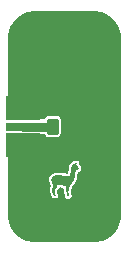
<source format=gbr>
%TF.GenerationSoftware,KiCad,Pcbnew,6.0.9+dfsg-1~bpo11+1*%
%TF.CreationDate,2022-11-06T17:06:22+01:00*%
%TF.ProjectId,load,6c6f6164-2e6b-4696-9361-645f70636258,2*%
%TF.SameCoordinates,Original*%
%TF.FileFunction,Copper,L1,Top*%
%TF.FilePolarity,Positive*%
%FSLAX46Y46*%
G04 Gerber Fmt 4.6, Leading zero omitted, Abs format (unit mm)*
G04 Created by KiCad (PCBNEW 6.0.9+dfsg-1~bpo11+1) date 2022-11-06 17:06:22*
%MOMM*%
%LPD*%
G01*
G04 APERTURE LIST*
G04 Aperture macros list*
%AMRoundRect*
0 Rectangle with rounded corners*
0 $1 Rounding radius*
0 $2 $3 $4 $5 $6 $7 $8 $9 X,Y pos of 4 corners*
0 Add a 4 corners polygon primitive as box body*
4,1,4,$2,$3,$4,$5,$6,$7,$8,$9,$2,$3,0*
0 Add four circle primitives for the rounded corners*
1,1,$1+$1,$2,$3*
1,1,$1+$1,$4,$5*
1,1,$1+$1,$6,$7*
1,1,$1+$1,$8,$9*
0 Add four rect primitives between the rounded corners*
20,1,$1+$1,$2,$3,$4,$5,0*
20,1,$1+$1,$4,$5,$6,$7,0*
20,1,$1+$1,$6,$7,$8,$9,0*
20,1,$1+$1,$8,$9,$2,$3,0*%
G04 Aperture macros list end*
%TA.AperFunction,ComponentPad*%
%ADD10C,3.400000*%
%TD*%
%TA.AperFunction,SMDPad,CuDef*%
%ADD11R,3.000000X0.800000*%
%TD*%
%TA.AperFunction,ComponentPad*%
%ADD12C,0.800000*%
%TD*%
%TA.AperFunction,SMDPad,CuDef*%
%ADD13R,3.000000X2.000000*%
%TD*%
%TA.AperFunction,SMDPad,CuDef*%
%ADD14RoundRect,0.250000X-0.262500X-0.450000X0.262500X-0.450000X0.262500X0.450000X-0.262500X0.450000X0*%
%TD*%
%TA.AperFunction,ViaPad*%
%ADD15C,0.800000*%
%TD*%
%TA.AperFunction,Conductor*%
%ADD16C,0.800000*%
%TD*%
G04 APERTURE END LIST*
%TO.C,G\u002A\u002A\u002A*%
G36*
X158524241Y-95569067D02*
G01*
X158532984Y-95573702D01*
X158536499Y-95583390D01*
X158534907Y-95599737D01*
X158528333Y-95624349D01*
X158517065Y-95658354D01*
X158507234Y-95686374D01*
X158498718Y-95709880D01*
X158492386Y-95726522D01*
X158489110Y-95733950D01*
X158489011Y-95734071D01*
X158492402Y-95738409D01*
X158504045Y-95747041D01*
X158521428Y-95758104D01*
X158521593Y-95758203D01*
X158559324Y-95784411D01*
X158588019Y-95811875D01*
X158607104Y-95839544D01*
X158616006Y-95866368D01*
X158614151Y-95891294D01*
X158604222Y-95909556D01*
X158592506Y-95924025D01*
X158626441Y-95944467D01*
X158650548Y-95960104D01*
X158675454Y-95977964D01*
X158688267Y-95988032D01*
X158703899Y-96001637D01*
X158711748Y-96011647D01*
X158713828Y-96022070D01*
X158712298Y-96035953D01*
X158709283Y-96059800D01*
X158707212Y-96083976D01*
X158707135Y-96085357D01*
X158703927Y-96104163D01*
X158695677Y-96114755D01*
X158692280Y-96116730D01*
X158678318Y-96126631D01*
X158666481Y-96138622D01*
X158660445Y-96145092D01*
X158653092Y-96149553D01*
X158641984Y-96152520D01*
X158624682Y-96154508D01*
X158598745Y-96156032D01*
X158580213Y-96156846D01*
X158544421Y-96159007D01*
X158517479Y-96162035D01*
X158500803Y-96165746D01*
X158496763Y-96167795D01*
X158489548Y-96178893D01*
X158484117Y-96195913D01*
X158483590Y-96198793D01*
X158479175Y-96214442D01*
X158470425Y-96237279D01*
X158458842Y-96263555D01*
X158451994Y-96277740D01*
X158441693Y-96299046D01*
X158433668Y-96317926D01*
X158427186Y-96337042D01*
X158421515Y-96359059D01*
X158415920Y-96386641D01*
X158409669Y-96422451D01*
X158405928Y-96445130D01*
X158399093Y-96490326D01*
X158392435Y-96540273D01*
X158386550Y-96590087D01*
X158382034Y-96634886D01*
X158380555Y-96652819D01*
X158372016Y-96742531D01*
X158360391Y-96822075D01*
X158345339Y-96893376D01*
X158326764Y-96957623D01*
X158309419Y-97004277D01*
X158289715Y-97044964D01*
X158265550Y-97083099D01*
X158234819Y-97122102D01*
X158205329Y-97154907D01*
X158146344Y-97225150D01*
X158096235Y-97300953D01*
X158058773Y-97372681D01*
X158041867Y-97406709D01*
X158026644Y-97432190D01*
X158010964Y-97452374D01*
X157997049Y-97466524D01*
X157980447Y-97481231D01*
X157966912Y-97491787D01*
X157959303Y-97495969D01*
X157959199Y-97495972D01*
X157952033Y-97499890D01*
X157945115Y-97512218D01*
X157938199Y-97533820D01*
X157931040Y-97565559D01*
X157923393Y-97608297D01*
X157918587Y-97638791D01*
X157909728Y-97694595D01*
X157901188Y-97741915D01*
X157892090Y-97784610D01*
X157881553Y-97826535D01*
X157868700Y-97871550D01*
X157856459Y-97911416D01*
X157844169Y-97953183D01*
X157835935Y-97988995D01*
X157831577Y-98022192D01*
X157830916Y-98056113D01*
X157833773Y-98094097D01*
X157839970Y-98139482D01*
X157843158Y-98159336D01*
X157849090Y-98196237D01*
X157854629Y-98232404D01*
X157859276Y-98264446D01*
X157862528Y-98288971D01*
X157863307Y-98295728D01*
X157867706Y-98322729D01*
X157875790Y-98345027D01*
X157889971Y-98369066D01*
X157891722Y-98371674D01*
X157915839Y-98407322D01*
X157734602Y-98407322D01*
X157738791Y-98387173D01*
X157743980Y-98369319D01*
X157750235Y-98355611D01*
X157753151Y-98347485D01*
X157751724Y-98336439D01*
X157745252Y-98319560D01*
X157737613Y-98303269D01*
X157725612Y-98275858D01*
X157715393Y-98245956D01*
X157706295Y-98211045D01*
X157697654Y-98168609D01*
X157689495Y-98120476D01*
X157683449Y-98089204D01*
X157674528Y-98051485D01*
X157664039Y-98012546D01*
X157655412Y-97984083D01*
X157643612Y-97946382D01*
X157634500Y-97913818D01*
X157627523Y-97883315D01*
X157622129Y-97851795D01*
X157617764Y-97816180D01*
X157613877Y-97773393D01*
X157611160Y-97737759D01*
X157607996Y-97675871D01*
X157607514Y-97616631D01*
X157609659Y-97563012D01*
X157614371Y-97517987D01*
X157615580Y-97510487D01*
X157618961Y-97490903D01*
X157507836Y-97494336D01*
X157435363Y-97495248D01*
X157372309Y-97492994D01*
X157316045Y-97487325D01*
X157263938Y-97477989D01*
X157221223Y-97467062D01*
X157157349Y-97443745D01*
X157103756Y-97413720D01*
X157060181Y-97376801D01*
X157026360Y-97332800D01*
X157022700Y-97326608D01*
X157005584Y-97296736D01*
X157001224Y-97314108D01*
X156989307Y-97348417D01*
X156970864Y-97386271D01*
X156948553Y-97422891D01*
X156925035Y-97453494D01*
X156921543Y-97457297D01*
X156901143Y-97479512D01*
X156887459Y-97497080D01*
X156878362Y-97514042D01*
X156871723Y-97534439D01*
X156865412Y-97562311D01*
X156864896Y-97564798D01*
X156853404Y-97608376D01*
X156837101Y-97648185D01*
X156814502Y-97686779D01*
X156784123Y-97726712D01*
X156746798Y-97768121D01*
X156720456Y-97796187D01*
X156701522Y-97817773D01*
X156688447Y-97834974D01*
X156679681Y-97849882D01*
X156673674Y-97864593D01*
X156672358Y-97868695D01*
X156664038Y-97906128D01*
X156659163Y-97950183D01*
X156658060Y-97995480D01*
X156661058Y-98036641D01*
X156661788Y-98041542D01*
X156673176Y-98111224D01*
X156683258Y-98169454D01*
X156692231Y-98217088D01*
X156700292Y-98254983D01*
X156707640Y-98283995D01*
X156714472Y-98304979D01*
X156720986Y-98318793D01*
X156727379Y-98326291D01*
X156727585Y-98326436D01*
X156745883Y-98341596D01*
X156762397Y-98359376D01*
X156773744Y-98375897D01*
X156776393Y-98382359D01*
X156777205Y-98388066D01*
X156774621Y-98391719D01*
X156766510Y-98393774D01*
X156750743Y-98394689D01*
X156725191Y-98394919D01*
X156717795Y-98394923D01*
X156655912Y-98394923D01*
X156657338Y-98377874D01*
X156656090Y-98366947D01*
X156649473Y-98354503D01*
X156635931Y-98338151D01*
X156622021Y-98323627D01*
X156596334Y-98294183D01*
X156572957Y-98259656D01*
X156551004Y-98218336D01*
X156529589Y-98168512D01*
X156507828Y-98108474D01*
X156502705Y-98093113D01*
X156481819Y-98026132D01*
X156466653Y-97968086D01*
X156457238Y-97916897D01*
X156453603Y-97870482D01*
X156455777Y-97826761D01*
X156463792Y-97783655D01*
X156477676Y-97739082D01*
X156497460Y-97690961D01*
X156508836Y-97666463D01*
X156518026Y-97646491D01*
X156523988Y-97630289D01*
X156527400Y-97614151D01*
X156528939Y-97594372D01*
X156529283Y-97567246D01*
X156529244Y-97554869D01*
X156524501Y-97488191D01*
X156510954Y-97413576D01*
X156488744Y-97331676D01*
X156467873Y-97269685D01*
X156456997Y-97237176D01*
X156446786Y-97202425D01*
X156438832Y-97171016D01*
X156436350Y-97159127D01*
X156428734Y-97125011D01*
X156420473Y-97099128D01*
X156412106Y-97082308D01*
X156404166Y-97075380D01*
X156397190Y-97079173D01*
X156392475Y-97091219D01*
X156389612Y-97101195D01*
X156386977Y-97102109D01*
X156382829Y-97092932D01*
X156379366Y-97083469D01*
X156372828Y-97054501D01*
X156370436Y-97018502D01*
X156372072Y-96980083D01*
X156377621Y-96943858D01*
X156383393Y-96923325D01*
X156411748Y-96861601D01*
X156450729Y-96805270D01*
X156499600Y-96754765D01*
X156557622Y-96710520D01*
X156624058Y-96672966D01*
X156698170Y-96642536D01*
X156779223Y-96619663D01*
X156866477Y-96604781D01*
X156935831Y-96599109D01*
X156988496Y-96597887D01*
X157038937Y-96599423D01*
X157090099Y-96604043D01*
X157144930Y-96612075D01*
X157206378Y-96623844D01*
X157255047Y-96634515D01*
X157312700Y-96647436D01*
X157360559Y-96657548D01*
X157400833Y-96665155D01*
X157435730Y-96670560D01*
X157467460Y-96674069D01*
X157498229Y-96675984D01*
X157530248Y-96676610D01*
X157559172Y-96676371D01*
X157592835Y-96675976D01*
X157619398Y-96676379D01*
X157642380Y-96678016D01*
X157665303Y-96681317D01*
X157691687Y-96686717D01*
X157725054Y-96694647D01*
X157742142Y-96698874D01*
X157785350Y-96709152D01*
X157818742Y-96715733D01*
X157844340Y-96718608D01*
X157864166Y-96717772D01*
X157880242Y-96713215D01*
X157894589Y-96704932D01*
X157903067Y-96698290D01*
X157915699Y-96686029D01*
X157926405Y-96671304D01*
X157935955Y-96652233D01*
X157945119Y-96626934D01*
X157954667Y-96593527D01*
X157965370Y-96550128D01*
X157967570Y-96540719D01*
X157978104Y-96497703D01*
X157990799Y-96449432D01*
X158004142Y-96401473D01*
X158016623Y-96359393D01*
X158018029Y-96354883D01*
X158027344Y-96324523D01*
X158034738Y-96298234D01*
X158040691Y-96273426D01*
X158045684Y-96247506D01*
X158050194Y-96217883D01*
X158054702Y-96181965D01*
X158059688Y-96137162D01*
X158061555Y-96119648D01*
X158068213Y-96058372D01*
X158074136Y-96007925D01*
X158079611Y-95966777D01*
X158084920Y-95933399D01*
X158090347Y-95906263D01*
X158096176Y-95883840D01*
X158102691Y-95864600D01*
X158110177Y-95847015D01*
X158113443Y-95840229D01*
X158125885Y-95816713D01*
X158138553Y-95797418D01*
X158153589Y-95780155D01*
X158173135Y-95762733D01*
X158199335Y-95742962D01*
X158228460Y-95722658D01*
X158258266Y-95701087D01*
X158289259Y-95676692D01*
X158317087Y-95652986D01*
X158332066Y-95638971D01*
X158350896Y-95621338D01*
X158367122Y-95608056D01*
X158378413Y-95600943D01*
X158381664Y-95600317D01*
X158389806Y-95609087D01*
X158390774Y-95627075D01*
X158384578Y-95653396D01*
X158380786Y-95664234D01*
X158373898Y-95683306D01*
X158369239Y-95697470D01*
X158367952Y-95702742D01*
X158371750Y-95701594D01*
X158381918Y-95693031D01*
X158396618Y-95678932D01*
X158414013Y-95661179D01*
X158432266Y-95641648D01*
X158449538Y-95622221D01*
X158463993Y-95604775D01*
X158464968Y-95603527D01*
X158481284Y-95583882D01*
X158493695Y-95572812D01*
X158504752Y-95568303D01*
X158510147Y-95567879D01*
X158524241Y-95569067D01*
G37*
%TD*%
D10*
%TO.P,H1,1,1*%
%TO.N,GND*%
X155000000Y-100000000D03*
%TD*%
%TO.P,H3,1,1*%
%TO.N,GND*%
X155000000Y-85000000D03*
%TD*%
D11*
%TO.P,J1,1,Pin_1*%
%TO.N,Net-(J1-Pad1)*%
X154000000Y-92500000D03*
D12*
%TO.P,J1,2,Pin_2*%
%TO.N,GND*%
X154500000Y-91000000D03*
X153500000Y-91000000D03*
X153000000Y-93500000D03*
X155000000Y-93500000D03*
X153000000Y-91500000D03*
D13*
X154000000Y-94100000D03*
X154000000Y-90900000D03*
D12*
X154500000Y-94000000D03*
X153500000Y-94000000D03*
X154000000Y-93500000D03*
X155000000Y-91500000D03*
X154000000Y-91500000D03*
%TD*%
D10*
%TO.P,H2,1,1*%
%TO.N,GND*%
X160000000Y-100000000D03*
%TD*%
D14*
%TO.P,R1,1*%
%TO.N,Net-(J1-Pad1)*%
X156500000Y-92500000D03*
%TO.P,R1,2*%
%TO.N,GND*%
X158325000Y-92500000D03*
%TD*%
D10*
%TO.P,H4,1,1*%
%TO.N,GND*%
X160000000Y-85000000D03*
%TD*%
D15*
%TO.N,GND*%
X157500000Y-91000000D03*
X159500000Y-91500000D03*
X158000000Y-92000000D03*
X158500000Y-91000000D03*
X158000000Y-93000000D03*
X156500000Y-91000000D03*
X156500000Y-94000000D03*
X155500000Y-91000000D03*
X155500000Y-94000000D03*
X159500000Y-93500000D03*
X158500000Y-94000000D03*
X159000000Y-92500000D03*
X157500000Y-94000000D03*
%TD*%
D16*
%TO.N,Net-(J1-Pad1)*%
X154000000Y-92500000D02*
X156500000Y-92500000D01*
%TD*%
%TA.AperFunction,Conductor*%
%TO.N,GND*%
G36*
X159988169Y-82703018D02*
G01*
X159999641Y-82705656D01*
X160010517Y-82703195D01*
X160021664Y-82703214D01*
X160021664Y-82703243D01*
X160031772Y-82702422D01*
X160161986Y-82710298D01*
X160271204Y-82716905D01*
X160283056Y-82718344D01*
X160544422Y-82766241D01*
X160556015Y-82769098D01*
X160762244Y-82833361D01*
X160809695Y-82848148D01*
X160820873Y-82852387D01*
X161063170Y-82961436D01*
X161073756Y-82966992D01*
X161301142Y-83104452D01*
X161310980Y-83111243D01*
X161520132Y-83275103D01*
X161529081Y-83283030D01*
X161716970Y-83470919D01*
X161724897Y-83479868D01*
X161888757Y-83689020D01*
X161895548Y-83698858D01*
X162033008Y-83926244D01*
X162038564Y-83936830D01*
X162147613Y-84179127D01*
X162151852Y-84190305D01*
X162230900Y-84443977D01*
X162233759Y-84455578D01*
X162281655Y-84716936D01*
X162283096Y-84728803D01*
X162297547Y-84967712D01*
X162296724Y-84977628D01*
X162296862Y-84977628D01*
X162296842Y-84988776D01*
X162294344Y-84999641D01*
X162296804Y-85010513D01*
X162297059Y-85011638D01*
X162299500Y-85033488D01*
X162299500Y-99965983D01*
X162296982Y-99988169D01*
X162294344Y-99999641D01*
X162296805Y-100010517D01*
X162296786Y-100021664D01*
X162296757Y-100021664D01*
X162297578Y-100031772D01*
X162283096Y-100271197D01*
X162281656Y-100283056D01*
X162233761Y-100544415D01*
X162230900Y-100556023D01*
X162151852Y-100809695D01*
X162147613Y-100820873D01*
X162038564Y-101063170D01*
X162033008Y-101073756D01*
X161895548Y-101301142D01*
X161888757Y-101310980D01*
X161724897Y-101520132D01*
X161716970Y-101529081D01*
X161529081Y-101716970D01*
X161520132Y-101724897D01*
X161310980Y-101888757D01*
X161301142Y-101895548D01*
X161073756Y-102033008D01*
X161063170Y-102038564D01*
X160820873Y-102147613D01*
X160809695Y-102151852D01*
X160556015Y-102230902D01*
X160544422Y-102233759D01*
X160283056Y-102281656D01*
X160271204Y-102283095D01*
X160032288Y-102297547D01*
X160022372Y-102296724D01*
X160022372Y-102296862D01*
X160011224Y-102296842D01*
X160000359Y-102294344D01*
X159988359Y-102297059D01*
X159966512Y-102299500D01*
X155034017Y-102299500D01*
X155011831Y-102296982D01*
X155011801Y-102296975D01*
X155000359Y-102294344D01*
X154989483Y-102296805D01*
X154978336Y-102296786D01*
X154978336Y-102296757D01*
X154968228Y-102297578D01*
X154838014Y-102289702D01*
X154728796Y-102283095D01*
X154716944Y-102281656D01*
X154455578Y-102233759D01*
X154443985Y-102230902D01*
X154190305Y-102151852D01*
X154179127Y-102147613D01*
X153936830Y-102038564D01*
X153926244Y-102033008D01*
X153698858Y-101895548D01*
X153689020Y-101888757D01*
X153479868Y-101724897D01*
X153470919Y-101716970D01*
X153283030Y-101529081D01*
X153275103Y-101520132D01*
X153111243Y-101310980D01*
X153104452Y-101301142D01*
X152966992Y-101073756D01*
X152961436Y-101063170D01*
X152852387Y-100820873D01*
X152848148Y-100809695D01*
X152769100Y-100556023D01*
X152766239Y-100544415D01*
X152718344Y-100283056D01*
X152716904Y-100271197D01*
X152702469Y-100032548D01*
X152704207Y-100011810D01*
X152703747Y-100011757D01*
X152704389Y-100006179D01*
X152705655Y-100000718D01*
X152705656Y-100000000D01*
X152704412Y-99994545D01*
X152702980Y-99988266D01*
X152700500Y-99966248D01*
X152700500Y-97009064D01*
X156168867Y-97009064D01*
X156169238Y-97014649D01*
X156169238Y-97014654D01*
X156169295Y-97015507D01*
X156169423Y-97026284D01*
X156169156Y-97032554D01*
X156170160Y-97038021D01*
X156170178Y-97038275D01*
X156171527Y-97049097D01*
X156172065Y-97057186D01*
X156172282Y-97064154D01*
X156172232Y-97076421D01*
X156173464Y-97081880D01*
X156173606Y-97083178D01*
X156173900Y-97084806D01*
X156174268Y-97090347D01*
X156175860Y-97095670D01*
X156175861Y-97095675D01*
X156177804Y-97102170D01*
X156179528Y-97108750D01*
X156180567Y-97113355D01*
X156182224Y-97122814D01*
X156183249Y-97130980D01*
X156185174Y-97136241D01*
X156185846Y-97139012D01*
X156186531Y-97141337D01*
X156187539Y-97144240D01*
X156188762Y-97149660D01*
X156190412Y-97153108D01*
X156190743Y-97154755D01*
X156195582Y-97165461D01*
X156198333Y-97172200D01*
X156202309Y-97183063D01*
X156202723Y-97183702D01*
X156204501Y-97187931D01*
X156212438Y-97210877D01*
X156220290Y-97218789D01*
X156220291Y-97218791D01*
X156232480Y-97231073D01*
X156238481Y-97242964D01*
X156240810Y-97241197D01*
X156240815Y-97241200D01*
X156243276Y-97244445D01*
X156259240Y-97279314D01*
X156259628Y-97279184D01*
X156261402Y-97284488D01*
X156261403Y-97284491D01*
X156265098Y-97295535D01*
X156266194Y-97299026D01*
X156271002Y-97315386D01*
X156272682Y-97318389D01*
X156272963Y-97319132D01*
X156277722Y-97333269D01*
X156284903Y-97354733D01*
X156285005Y-97354900D01*
X156292575Y-97377385D01*
X156295858Y-97387137D01*
X156297581Y-97392811D01*
X156314101Y-97453728D01*
X156315960Y-97461956D01*
X156324319Y-97508000D01*
X156325661Y-97518658D01*
X156327826Y-97549087D01*
X156320640Y-97593756D01*
X156316082Y-97604844D01*
X156314567Y-97608528D01*
X156312799Y-97612569D01*
X156306090Y-97627017D01*
X156305223Y-97631076D01*
X156304518Y-97632970D01*
X156300118Y-97643672D01*
X156298066Y-97647824D01*
X156295847Y-97652862D01*
X156293023Y-97657704D01*
X156290179Y-97666837D01*
X156287221Y-97675042D01*
X156283642Y-97683747D01*
X156282724Y-97689234D01*
X156281288Y-97694267D01*
X156280161Y-97698996D01*
X156277188Y-97708539D01*
X156273471Y-97718539D01*
X156270835Y-97724606D01*
X156269812Y-97730109D01*
X156269646Y-97730650D01*
X156267433Y-97739579D01*
X156267294Y-97740305D01*
X156265642Y-97745608D01*
X156265211Y-97751147D01*
X156265122Y-97752287D01*
X156263754Y-97762688D01*
X156261185Y-97776510D01*
X156259114Y-97785365D01*
X156256656Y-97794051D01*
X156256378Y-97799650D01*
X156255811Y-97803104D01*
X156255541Y-97806863D01*
X156254524Y-97812331D01*
X156254749Y-97817890D01*
X156254749Y-97817891D01*
X156254892Y-97821433D01*
X156254851Y-97830352D01*
X156254084Y-97845773D01*
X156253127Y-97855433D01*
X156251936Y-97863425D01*
X156252373Y-97869010D01*
X156252283Y-97871600D01*
X156252328Y-97874733D01*
X156252504Y-97877549D01*
X156252228Y-97883100D01*
X156253193Y-97888568D01*
X156253193Y-97888575D01*
X156253645Y-97891136D01*
X156254848Y-97900602D01*
X156255333Y-97906789D01*
X156255915Y-97914226D01*
X156256078Y-97923816D01*
X156256172Y-97925172D01*
X156255925Y-97930761D01*
X156256938Y-97936267D01*
X156256938Y-97936272D01*
X156257233Y-97937877D01*
X156258564Y-97948050D01*
X156259115Y-97955085D01*
X156260772Y-97960397D01*
X156260999Y-97961574D01*
X156263320Y-97970975D01*
X156265369Y-97982114D01*
X156265999Y-97985961D01*
X156266741Y-97991132D01*
X156266906Y-97996729D01*
X156269876Y-98008095D01*
X156271458Y-98015215D01*
X156272543Y-98021117D01*
X156272544Y-98021121D01*
X156273549Y-98026585D01*
X156275744Y-98031688D01*
X156277349Y-98036988D01*
X156278382Y-98040653D01*
X156282805Y-98057581D01*
X156283298Y-98059759D01*
X156283627Y-98064069D01*
X156285294Y-98069415D01*
X156288329Y-98079151D01*
X156289600Y-98083589D01*
X156293545Y-98098686D01*
X156295538Y-98102517D01*
X156296279Y-98104644D01*
X156305030Y-98132709D01*
X156305113Y-98133027D01*
X156305297Y-98134936D01*
X156311106Y-98152355D01*
X156311262Y-98152900D01*
X156311565Y-98155379D01*
X156314634Y-98163847D01*
X156316056Y-98168068D01*
X156318023Y-98174377D01*
X156318988Y-98176037D01*
X156319107Y-98176346D01*
X156324778Y-98193350D01*
X156326071Y-98195479D01*
X156326294Y-98196019D01*
X156334201Y-98217833D01*
X156335448Y-98221593D01*
X156336388Y-98226756D01*
X156338599Y-98231900D01*
X156338600Y-98231903D01*
X156341933Y-98239658D01*
X156344053Y-98245014D01*
X156346890Y-98252840D01*
X156348791Y-98258085D01*
X156351630Y-98262496D01*
X156353328Y-98266170D01*
X156358277Y-98277683D01*
X156359670Y-98281699D01*
X156359748Y-98281668D01*
X156361801Y-98286877D01*
X156363254Y-98292290D01*
X156365883Y-98297238D01*
X156365884Y-98297240D01*
X156368147Y-98301499D01*
X156371677Y-98308860D01*
X156373529Y-98313169D01*
X156375724Y-98318276D01*
X156378997Y-98322763D01*
X156381752Y-98327597D01*
X156381691Y-98327632D01*
X156383940Y-98331225D01*
X156387494Y-98337914D01*
X156391782Y-98347296D01*
X156392138Y-98347976D01*
X156394160Y-98353202D01*
X156397299Y-98357838D01*
X156397961Y-98358815D01*
X156403410Y-98367870D01*
X156406501Y-98373688D01*
X156410136Y-98377895D01*
X156410489Y-98378410D01*
X156416829Y-98386684D01*
X156418154Y-98388640D01*
X156421556Y-98393665D01*
X156426863Y-98402454D01*
X156430272Y-98408824D01*
X156433956Y-98413047D01*
X156434724Y-98414159D01*
X156438873Y-98419547D01*
X156439867Y-98420710D01*
X156442981Y-98425309D01*
X156444905Y-98427106D01*
X156461147Y-98454437D01*
X156462246Y-98457312D01*
X156463811Y-98468352D01*
X156470009Y-98477621D01*
X156477421Y-98488706D01*
X156484365Y-98500875D01*
X156494964Y-98522947D01*
X156503670Y-98529909D01*
X156505876Y-98532683D01*
X156508459Y-98535124D01*
X156514657Y-98544393D01*
X156524259Y-98550056D01*
X156524260Y-98550057D01*
X156535738Y-98556826D01*
X156547278Y-98564784D01*
X156557694Y-98573114D01*
X156557697Y-98573115D01*
X156566404Y-98580079D01*
X156577273Y-98582579D01*
X156580468Y-98584123D01*
X156583846Y-98585200D01*
X156593450Y-98590864D01*
X156604559Y-98591803D01*
X156604560Y-98591803D01*
X156617837Y-98592925D01*
X156622100Y-98593591D01*
X156622106Y-98593536D01*
X156627675Y-98594168D01*
X156633131Y-98595423D01*
X156643217Y-98595423D01*
X156651555Y-98595775D01*
X156684601Y-98598568D01*
X156692109Y-98595706D01*
X156695953Y-98595435D01*
X156702828Y-98595431D01*
X156703317Y-98595431D01*
X156703393Y-98595435D01*
X156704216Y-98595616D01*
X156725197Y-98595427D01*
X156726089Y-98595423D01*
X156734776Y-98595423D01*
X156735283Y-98595437D01*
X156739616Y-98596172D01*
X156755056Y-98595276D01*
X156759895Y-98595114D01*
X156764027Y-98595077D01*
X156765252Y-98595066D01*
X156770255Y-98595464D01*
X156775203Y-98595185D01*
X156786194Y-98597049D01*
X156825675Y-98585672D01*
X156828707Y-98584851D01*
X156842710Y-98581303D01*
X156850563Y-98580193D01*
X156852874Y-98578649D01*
X156855396Y-98578521D01*
X156855020Y-98577215D01*
X156874092Y-98571719D01*
X156882403Y-98564294D01*
X156887158Y-98561667D01*
X156892487Y-98558015D01*
X156896659Y-98554524D01*
X156906587Y-98549451D01*
X156913332Y-98540575D01*
X156913459Y-98540469D01*
X156917963Y-98535162D01*
X156926624Y-98529375D01*
X156940317Y-98506177D01*
X156946751Y-98496600D01*
X156955188Y-98485498D01*
X156961934Y-98476621D01*
X156963938Y-98466797D01*
X156966713Y-98461459D01*
X156967455Y-98460203D01*
X156967456Y-98460199D01*
X156973123Y-98450599D01*
X156974066Y-98439486D01*
X156975150Y-98436090D01*
X156975742Y-98432582D01*
X156979997Y-98422271D01*
X156979248Y-98409182D01*
X156979129Y-98407098D01*
X156979136Y-98403557D01*
X156981663Y-98394948D01*
X156977834Y-98371669D01*
X156977499Y-98364260D01*
X156976233Y-98355971D01*
X156977043Y-98344852D01*
X156975315Y-98340473D01*
X156974770Y-98330946D01*
X156968192Y-98319066D01*
X156967238Y-98317344D01*
X156961390Y-98304781D01*
X156947294Y-98267960D01*
X156939188Y-98260307D01*
X156932987Y-98251043D01*
X156933119Y-98250954D01*
X156931326Y-98248684D01*
X156930926Y-98248979D01*
X156927606Y-98244477D01*
X156924809Y-98239620D01*
X156920996Y-98235515D01*
X156919677Y-98233726D01*
X156918644Y-98232534D01*
X156917588Y-98231183D01*
X156914873Y-98227231D01*
X156913232Y-98225719D01*
X156911380Y-98223087D01*
X156910603Y-98222654D01*
X156889296Y-98179852D01*
X156889074Y-98178807D01*
X156888626Y-98176573D01*
X156880698Y-98134491D01*
X156880438Y-98133050D01*
X156870976Y-98078396D01*
X156870821Y-98077477D01*
X156861148Y-98018293D01*
X156860113Y-98009514D01*
X156859087Y-97995425D01*
X156858855Y-97985821D01*
X156859028Y-97978727D01*
X156879349Y-97921015D01*
X156884455Y-97914866D01*
X156893736Y-97904570D01*
X156895051Y-97903142D01*
X156905255Y-97892270D01*
X156905263Y-97892261D01*
X156908461Y-97888853D01*
X156909453Y-97887158D01*
X156909684Y-97886876D01*
X156918693Y-97876883D01*
X156921783Y-97873912D01*
X156921732Y-97873863D01*
X156925595Y-97869826D01*
X156929903Y-97866238D01*
X156933295Y-97861779D01*
X156933298Y-97861776D01*
X156936155Y-97858021D01*
X156941407Y-97851684D01*
X156944461Y-97848296D01*
X156944466Y-97848289D01*
X156948185Y-97844163D01*
X156950893Y-97839314D01*
X156954131Y-97834792D01*
X156954179Y-97834826D01*
X156956531Y-97831235D01*
X156964475Y-97820793D01*
X156971217Y-97812839D01*
X156972163Y-97811835D01*
X156972167Y-97811829D01*
X156976011Y-97807751D01*
X156978841Y-97802917D01*
X156979469Y-97802079D01*
X156983773Y-97795651D01*
X156984398Y-97794604D01*
X156987760Y-97790185D01*
X156990686Y-97783737D01*
X156995401Y-97774636D01*
X156999853Y-97767034D01*
X157003655Y-97760541D01*
X157008202Y-97753480D01*
X157014011Y-97745252D01*
X157016132Y-97740071D01*
X157017477Y-97737620D01*
X157018732Y-97734792D01*
X157021542Y-97729993D01*
X157024596Y-97720307D01*
X157027393Y-97712577D01*
X157027671Y-97711896D01*
X157067225Y-97665218D01*
X157126663Y-97650702D01*
X157149439Y-97655772D01*
X157149467Y-97655663D01*
X157152936Y-97656551D01*
X157152979Y-97656561D01*
X157154878Y-97657046D01*
X157154890Y-97657051D01*
X157157091Y-97657614D01*
X157166486Y-97660522D01*
X157173702Y-97663156D01*
X157179212Y-97663852D01*
X157181231Y-97664342D01*
X157189684Y-97665950D01*
X157192471Y-97666663D01*
X157196255Y-97667712D01*
X157201002Y-97669130D01*
X157206154Y-97671329D01*
X157217813Y-97673418D01*
X157224841Y-97674944D01*
X157236145Y-97677836D01*
X157241708Y-97677982D01*
X157246882Y-97678702D01*
X157250685Y-97679308D01*
X157258630Y-97680731D01*
X157262465Y-97681719D01*
X157262502Y-97681549D01*
X157267971Y-97682734D01*
X157273279Y-97684531D01*
X157284475Y-97685659D01*
X157292008Y-97686712D01*
X157297439Y-97687685D01*
X157302933Y-97688669D01*
X157308485Y-97688408D01*
X157314031Y-97688770D01*
X157314020Y-97688932D01*
X157317996Y-97689037D01*
X157322532Y-97689494D01*
X157324426Y-97689685D01*
X157380425Y-97714339D01*
X157411237Y-97767199D01*
X157413080Y-97779219D01*
X157413939Y-97788659D01*
X157414005Y-97789388D01*
X157414125Y-97790826D01*
X157415080Y-97803352D01*
X157415676Y-97811174D01*
X157416094Y-97812524D01*
X157416127Y-97812757D01*
X157416251Y-97814127D01*
X157416293Y-97814976D01*
X157415982Y-97817959D01*
X157416662Y-97823507D01*
X157416662Y-97823512D01*
X157418180Y-97835898D01*
X157418509Y-97838979D01*
X157420131Y-97856830D01*
X157420439Y-97857775D01*
X157420805Y-97860583D01*
X157420659Y-97863160D01*
X157421603Y-97868676D01*
X157421603Y-97868680D01*
X157423304Y-97878620D01*
X157423982Y-97883233D01*
X157425868Y-97898621D01*
X157426685Y-97900886D01*
X157426995Y-97902658D01*
X157426991Y-97905814D01*
X157429060Y-97914858D01*
X157430217Y-97919915D01*
X157431292Y-97925295D01*
X157433708Y-97939414D01*
X157434864Y-97942196D01*
X157435168Y-97943549D01*
X157435278Y-97945908D01*
X157436787Y-97951303D01*
X157436788Y-97951306D01*
X157439482Y-97960933D01*
X157440651Y-97965533D01*
X157444088Y-97980558D01*
X157445017Y-97982487D01*
X157445417Y-97983969D01*
X157445461Y-97984530D01*
X157446247Y-97987043D01*
X157446251Y-97987056D01*
X157450896Y-98001899D01*
X157451752Y-98004787D01*
X157455121Y-98016826D01*
X157455123Y-98016831D01*
X157456619Y-98022177D01*
X157458009Y-98024740D01*
X157458299Y-98025549D01*
X157463642Y-98042620D01*
X157463881Y-98043395D01*
X157470817Y-98066275D01*
X157471645Y-98069170D01*
X157479728Y-98099177D01*
X157480477Y-98102140D01*
X157486913Y-98129352D01*
X157487765Y-98133317D01*
X157489607Y-98142842D01*
X157491983Y-98155134D01*
X157492389Y-98157376D01*
X157496592Y-98182168D01*
X157496719Y-98183153D01*
X157496640Y-98186292D01*
X157497758Y-98191782D01*
X157500203Y-98203788D01*
X157500803Y-98207004D01*
X157502139Y-98214884D01*
X157503752Y-98224403D01*
X157504951Y-98227301D01*
X157505184Y-98228251D01*
X157505831Y-98231426D01*
X157506388Y-98234641D01*
X157506530Y-98239563D01*
X157509522Y-98251043D01*
X157510233Y-98253773D01*
X157511442Y-98258985D01*
X157514337Y-98273199D01*
X157515911Y-98276676D01*
X157517364Y-98282037D01*
X157517721Y-98283661D01*
X157518299Y-98289238D01*
X157520112Y-98294543D01*
X157520113Y-98294547D01*
X157522061Y-98300248D01*
X157524181Y-98307296D01*
X157525671Y-98313014D01*
X157525673Y-98313020D01*
X157527073Y-98318391D01*
X157528730Y-98321580D01*
X157531562Y-98361408D01*
X157534137Y-98361410D01*
X157534115Y-98386358D01*
X157534098Y-98386721D01*
X157533699Y-98388640D01*
X157533789Y-98393310D01*
X157533789Y-98393311D01*
X157534076Y-98408204D01*
X157534094Y-98410197D01*
X157534057Y-98452885D01*
X157534975Y-98454797D01*
X157535016Y-98456920D01*
X157539557Y-98465908D01*
X157539558Y-98465911D01*
X157554285Y-98495059D01*
X157555167Y-98496848D01*
X157557433Y-98501566D01*
X157573654Y-98535346D01*
X157575311Y-98536671D01*
X157576268Y-98538565D01*
X157584259Y-98544695D01*
X157610146Y-98564555D01*
X157611719Y-98565787D01*
X157645094Y-98592478D01*
X157647163Y-98592954D01*
X157648846Y-98594245D01*
X157658695Y-98596302D01*
X157658696Y-98596302D01*
X157690645Y-98602973D01*
X157692557Y-98603392D01*
X157711821Y-98607822D01*
X157713786Y-98607822D01*
X157714134Y-98607878D01*
X157727479Y-98610665D01*
X157727481Y-98610665D01*
X157738390Y-98612943D01*
X157749209Y-98610264D01*
X157751457Y-98610223D01*
X157771148Y-98607822D01*
X157870068Y-98607822D01*
X157877803Y-98609077D01*
X157877878Y-98608132D01*
X157888990Y-98609011D01*
X157899630Y-98612339D01*
X157910660Y-98610724D01*
X157923351Y-98608866D01*
X157927378Y-98608573D01*
X157927363Y-98608444D01*
X157932887Y-98607822D01*
X157938442Y-98607822D01*
X157943854Y-98606587D01*
X157943865Y-98606586D01*
X157948900Y-98605437D01*
X157956577Y-98604001D01*
X157966571Y-98602538D01*
X157990141Y-98599087D01*
X157996980Y-98594469D01*
X158005024Y-98592634D01*
X158031548Y-98571498D01*
X158037841Y-98566877D01*
X158056713Y-98554133D01*
X158065951Y-98547895D01*
X158070110Y-98540769D01*
X158076563Y-98535627D01*
X158091301Y-98505072D01*
X158094950Y-98498211D01*
X158112063Y-98468892D01*
X158112721Y-98460664D01*
X158116304Y-98453235D01*
X158116321Y-98433751D01*
X158116334Y-98419327D01*
X158116649Y-98411528D01*
X158118464Y-98388822D01*
X158118464Y-98388820D01*
X158119352Y-98377707D01*
X158116377Y-98370008D01*
X158116384Y-98361759D01*
X158111560Y-98351714D01*
X158111560Y-98351712D01*
X158101706Y-98331193D01*
X158098609Y-98324032D01*
X158094671Y-98313842D01*
X158091532Y-98309202D01*
X158088935Y-98304236D01*
X158089060Y-98304171D01*
X158087045Y-98300660D01*
X158081613Y-98289348D01*
X158081612Y-98289347D01*
X158076787Y-98279298D01*
X158075381Y-98278174D01*
X158065362Y-98255001D01*
X158065006Y-98254628D01*
X158064739Y-98253560D01*
X158058052Y-98238093D01*
X158057965Y-98237494D01*
X158057796Y-98236274D01*
X158056260Y-98224687D01*
X158056653Y-98224635D01*
X158056578Y-98224333D01*
X158056239Y-98224384D01*
X158056208Y-98224183D01*
X158056091Y-98223361D01*
X158056084Y-98223362D01*
X158055985Y-98222617D01*
X158055983Y-98222595D01*
X158055964Y-98222463D01*
X158055724Y-98220655D01*
X158055066Y-98215689D01*
X158055295Y-98215658D01*
X158055263Y-98214884D01*
X158054795Y-98214956D01*
X158053002Y-98203247D01*
X158052886Y-98202473D01*
X158051563Y-98193350D01*
X158050653Y-98187078D01*
X158051772Y-98186916D01*
X158051783Y-98186736D01*
X158050666Y-98186916D01*
X158050417Y-98185367D01*
X158050187Y-98183866D01*
X158050054Y-98182944D01*
X158049809Y-98181258D01*
X158049809Y-98181257D01*
X158049808Y-98181253D01*
X158050533Y-98181148D01*
X158050469Y-98180901D01*
X158049718Y-98181022D01*
X158047220Y-98165484D01*
X158047106Y-98164757D01*
X158044163Y-98145537D01*
X158044161Y-98145530D01*
X158043857Y-98143542D01*
X158043587Y-98142858D01*
X158043576Y-98142805D01*
X158041281Y-98128533D01*
X158041277Y-98128511D01*
X158038493Y-98111173D01*
X158038151Y-98108872D01*
X158036738Y-98098526D01*
X158033656Y-98075953D01*
X158033026Y-98069990D01*
X158031914Y-98055202D01*
X158031654Y-98045839D01*
X158031701Y-98043471D01*
X158031715Y-98042724D01*
X158032538Y-98031783D01*
X158032866Y-98029284D01*
X158034542Y-98019982D01*
X158037551Y-98006896D01*
X158039059Y-98001137D01*
X158048305Y-97969712D01*
X158048640Y-97968597D01*
X158050797Y-97961574D01*
X158054191Y-97950519D01*
X158054308Y-97950193D01*
X158055240Y-97948504D01*
X158060680Y-97929452D01*
X158061237Y-97927573D01*
X158065644Y-97913222D01*
X158065645Y-97913217D01*
X158067003Y-97908795D01*
X158067146Y-97906863D01*
X158067220Y-97906547D01*
X158068783Y-97901074D01*
X158069065Y-97900217D01*
X158070453Y-97897501D01*
X158072627Y-97888853D01*
X158074845Y-97880030D01*
X158075662Y-97876986D01*
X158079028Y-97865195D01*
X158079029Y-97865192D01*
X158080554Y-97859849D01*
X158080718Y-97856809D01*
X158080904Y-97855917D01*
X158081642Y-97852978D01*
X158081990Y-97851787D01*
X158083439Y-97848678D01*
X158087065Y-97831664D01*
X158087854Y-97828262D01*
X158092052Y-97811560D01*
X158092127Y-97808134D01*
X158092340Y-97806911D01*
X158093058Y-97803543D01*
X158093275Y-97802696D01*
X158094454Y-97799943D01*
X158097662Y-97782169D01*
X158098262Y-97779118D01*
X158100837Y-97767034D01*
X158101996Y-97761595D01*
X158101953Y-97758598D01*
X158102078Y-97757697D01*
X158102220Y-97756911D01*
X158103324Y-97750802D01*
X158103406Y-97750439D01*
X158104176Y-97748530D01*
X158107252Y-97729158D01*
X158107600Y-97727104D01*
X158111055Y-97707961D01*
X158110961Y-97705908D01*
X158111006Y-97705510D01*
X158113051Y-97692629D01*
X158113055Y-97692611D01*
X158113096Y-97692509D01*
X158116745Y-97669359D01*
X158116763Y-97669249D01*
X158118929Y-97655607D01*
X158143094Y-97605006D01*
X158146918Y-97601618D01*
X158148388Y-97599566D01*
X158150979Y-97596912D01*
X158155324Y-97593368D01*
X158158764Y-97588940D01*
X158158987Y-97588712D01*
X158165599Y-97581153D01*
X158165870Y-97580807D01*
X158169770Y-97576841D01*
X158172690Y-97572108D01*
X158176112Y-97567743D01*
X158176269Y-97567866D01*
X158179916Y-97563153D01*
X158179810Y-97563072D01*
X158183205Y-97558620D01*
X158187083Y-97554577D01*
X158189957Y-97549767D01*
X158190739Y-97548741D01*
X158194675Y-97542982D01*
X158195441Y-97541729D01*
X158198847Y-97537344D01*
X158201192Y-97532314D01*
X158201818Y-97531289D01*
X158207474Y-97521062D01*
X158207745Y-97520643D01*
X158211291Y-97516321D01*
X158216272Y-97506296D01*
X158219939Y-97499582D01*
X158222732Y-97494906D01*
X158222733Y-97494904D01*
X158225582Y-97490135D01*
X158227298Y-97484855D01*
X158229598Y-97479793D01*
X158229734Y-97479855D01*
X158231246Y-97476157D01*
X158236974Y-97464627D01*
X158237883Y-97462843D01*
X158266828Y-97407421D01*
X158271995Y-97398657D01*
X158304143Y-97350026D01*
X158310914Y-97340956D01*
X158355625Y-97287711D01*
X158357814Y-97285192D01*
X158363215Y-97279184D01*
X158369976Y-97271663D01*
X158373242Y-97268201D01*
X158373842Y-97267595D01*
X158378208Y-97264083D01*
X158382259Y-97258942D01*
X158386283Y-97253834D01*
X158390424Y-97248916D01*
X158394443Y-97244445D01*
X158399039Y-97239333D01*
X158401744Y-97234475D01*
X158402381Y-97233582D01*
X158405186Y-97229843D01*
X158411546Y-97221771D01*
X158417725Y-97214854D01*
X158418733Y-97213601D01*
X158422717Y-97209661D01*
X158426693Y-97203387D01*
X158432550Y-97195114D01*
X158437027Y-97189432D01*
X158439409Y-97184412D01*
X158440171Y-97183183D01*
X158444706Y-97174958D01*
X158450048Y-97166528D01*
X158456511Y-97157494D01*
X158456726Y-97157226D01*
X158460238Y-97152857D01*
X158462730Y-97147712D01*
X158468196Y-97137892D01*
X158468200Y-97137884D01*
X158471174Y-97133190D01*
X158473191Y-97127498D01*
X158477405Y-97117410D01*
X158481291Y-97109386D01*
X158484793Y-97103219D01*
X158486334Y-97100179D01*
X158489413Y-97095499D01*
X158492392Y-97087485D01*
X158496077Y-97078853D01*
X158499724Y-97071324D01*
X158500973Y-97065909D01*
X158502026Y-97062923D01*
X158504119Y-97055944D01*
X158506764Y-97048829D01*
X158508388Y-97045342D01*
X158508177Y-97045254D01*
X158510326Y-97040091D01*
X158513048Y-97035195D01*
X158516281Y-97024014D01*
X158518580Y-97017047D01*
X158522573Y-97006306D01*
X158523303Y-97000793D01*
X158524643Y-96995406D01*
X158524843Y-96995456D01*
X158525626Y-96991689D01*
X158531682Y-96970743D01*
X158532845Y-96967000D01*
X158534452Y-96962166D01*
X158536810Y-96957080D01*
X158539247Y-96945534D01*
X158541003Y-96938506D01*
X158542685Y-96932687D01*
X158542685Y-96932686D01*
X158544228Y-96927350D01*
X158544545Y-96921807D01*
X158545452Y-96916505D01*
X158546171Y-96912740D01*
X158552301Y-96883701D01*
X158553446Y-96878878D01*
X158553461Y-96878823D01*
X158555489Y-96873611D01*
X158556298Y-96868078D01*
X158556300Y-96868069D01*
X158557421Y-96860397D01*
X158558515Y-96854266D01*
X158560086Y-96846822D01*
X158560086Y-96846821D01*
X158561236Y-96841374D01*
X158561145Y-96835809D01*
X158561168Y-96835573D01*
X158561752Y-96830751D01*
X158567533Y-96791204D01*
X158567999Y-96788589D01*
X158569455Y-96784208D01*
X158570901Y-96769014D01*
X158571497Y-96764078D01*
X158572873Y-96754663D01*
X158572873Y-96754660D01*
X158573677Y-96749160D01*
X158573312Y-96744566D01*
X158573485Y-96741868D01*
X158578105Y-96693336D01*
X158578126Y-96693189D01*
X158578504Y-96692003D01*
X158578930Y-96686845D01*
X158580220Y-96671195D01*
X158580322Y-96670039D01*
X158582295Y-96649316D01*
X158582243Y-96648919D01*
X158582320Y-96647096D01*
X158585783Y-96612741D01*
X158585968Y-96611056D01*
X158591285Y-96566046D01*
X158591469Y-96564579D01*
X158597489Y-96519417D01*
X158597734Y-96517692D01*
X158603886Y-96477020D01*
X158604093Y-96475712D01*
X158607276Y-96456417D01*
X158607431Y-96455507D01*
X158612002Y-96429321D01*
X158640634Y-96375248D01*
X158678454Y-96352348D01*
X158707851Y-96342630D01*
X158713379Y-96340980D01*
X158716131Y-96340245D01*
X158722568Y-96338918D01*
X158723742Y-96338463D01*
X158734774Y-96336846D01*
X158748480Y-96327588D01*
X158751739Y-96326440D01*
X158754948Y-96323219D01*
X158756931Y-96321880D01*
X158757320Y-96321781D01*
X158759822Y-96320281D01*
X158759685Y-96320020D01*
X158764154Y-96317663D01*
X158764203Y-96317654D01*
X158764451Y-96317506D01*
X158777216Y-96310775D01*
X158777218Y-96310773D01*
X158787077Y-96305574D01*
X158793706Y-96296614D01*
X158798608Y-96292404D01*
X158811858Y-96279132D01*
X158815993Y-96276728D01*
X158824607Y-96268689D01*
X158825303Y-96269435D01*
X158829642Y-96264245D01*
X158839858Y-96255932D01*
X158843305Y-96251506D01*
X158844786Y-96249993D01*
X158847988Y-96246867D01*
X158849109Y-96245821D01*
X158865919Y-96230133D01*
X158866949Y-96227488D01*
X158871395Y-96223531D01*
X158875684Y-96213243D01*
X158875686Y-96213240D01*
X158886553Y-96187171D01*
X158888241Y-96183352D01*
X158904928Y-96147674D01*
X158904761Y-96132610D01*
X158905725Y-96120408D01*
X158906056Y-96119265D01*
X158906367Y-96113680D01*
X158906369Y-96113669D01*
X158906380Y-96113468D01*
X158907635Y-96102339D01*
X158907647Y-96102271D01*
X158907648Y-96102262D01*
X158908581Y-96096791D01*
X158908274Y-96091243D01*
X158908417Y-96088721D01*
X158909852Y-96079543D01*
X158912921Y-96073613D01*
X158913901Y-96039896D01*
X158913906Y-96039819D01*
X158914050Y-96038678D01*
X158914012Y-96038293D01*
X158914453Y-96031950D01*
X158915597Y-96021567D01*
X158914962Y-96016040D01*
X158914955Y-96013254D01*
X158914747Y-96010777D01*
X158914909Y-96005173D01*
X158913812Y-95999678D01*
X158913343Y-95994103D01*
X158913624Y-95994079D01*
X158912542Y-95982557D01*
X158912576Y-95978984D01*
X158912683Y-95967834D01*
X158908358Y-95958621D01*
X158907794Y-95953721D01*
X158901845Y-95944297D01*
X158901259Y-95942633D01*
X158898400Y-95937412D01*
X158894497Y-95929101D01*
X158894510Y-95929095D01*
X158894489Y-95929062D01*
X158892973Y-95920733D01*
X158887114Y-95912673D01*
X158881398Y-95899916D01*
X158880582Y-95898094D01*
X158880580Y-95898092D01*
X158876023Y-95887921D01*
X158865478Y-95879021D01*
X158856350Y-95870258D01*
X158856008Y-95869885D01*
X158852713Y-95865352D01*
X158849911Y-95862914D01*
X158847731Y-95860133D01*
X158843409Y-95856627D01*
X158839512Y-95852664D01*
X158840336Y-95851854D01*
X158814540Y-95812047D01*
X158813169Y-95812585D01*
X158810522Y-95805847D01*
X158810177Y-95805314D01*
X158810023Y-95804577D01*
X158809092Y-95802207D01*
X158807426Y-95791182D01*
X158801144Y-95781971D01*
X158797068Y-95771594D01*
X158797128Y-95771570D01*
X158793091Y-95763412D01*
X158790279Y-95754939D01*
X158787609Y-95750532D01*
X158787343Y-95749912D01*
X158787038Y-95749377D01*
X158785085Y-95744455D01*
X158777238Y-95733079D01*
X158774057Y-95728163D01*
X158754893Y-95696530D01*
X158756506Y-95695553D01*
X158735767Y-95653133D01*
X158738275Y-95626225D01*
X158736367Y-95626029D01*
X158737505Y-95614942D01*
X158741081Y-95604381D01*
X158739724Y-95593313D01*
X158738198Y-95580868D01*
X158738196Y-95580839D01*
X158738246Y-95580328D01*
X158736704Y-95568272D01*
X158736957Y-95561394D01*
X158735361Y-95557741D01*
X158735209Y-95556501D01*
X158734640Y-95548820D01*
X158734708Y-95547117D01*
X158734707Y-95547113D01*
X158735151Y-95535976D01*
X158732529Y-95529922D01*
X158732731Y-95528371D01*
X158732382Y-95527421D01*
X158731495Y-95527535D01*
X158730997Y-95523645D01*
X158729583Y-95512587D01*
X158722590Y-95501815D01*
X158716927Y-95491876D01*
X158715649Y-95489297D01*
X158713753Y-95484071D01*
X158710823Y-95479522D01*
X158708946Y-95475478D01*
X158703223Y-95462266D01*
X158703223Y-95462265D01*
X158698792Y-95452037D01*
X158690363Y-95444740D01*
X158686941Y-95440077D01*
X158682805Y-95436033D01*
X158676767Y-95426661D01*
X158655245Y-95413468D01*
X158651218Y-95410857D01*
X158647024Y-95407226D01*
X158645127Y-95406220D01*
X158637256Y-95399859D01*
X158637076Y-95399753D01*
X158628985Y-95392083D01*
X158618369Y-95388681D01*
X158616032Y-95387298D01*
X158608283Y-95384681D01*
X158598778Y-95378855D01*
X158587684Y-95377726D01*
X158586335Y-95377271D01*
X158584873Y-95376279D01*
X158582239Y-95375887D01*
X158581503Y-95375639D01*
X158573461Y-95373766D01*
X158569115Y-95372898D01*
X158563782Y-95371189D01*
X158559460Y-95370824D01*
X158557320Y-95370323D01*
X158532242Y-95363566D01*
X158524411Y-95365034D01*
X158517717Y-95363056D01*
X158506715Y-95364845D01*
X158484744Y-95368417D01*
X158476613Y-95369396D01*
X158475259Y-95369503D01*
X158466509Y-95370190D01*
X158461201Y-95371848D01*
X158455748Y-95372900D01*
X158455699Y-95372646D01*
X158451073Y-95373685D01*
X158450810Y-95373760D01*
X158444338Y-95374673D01*
X158437246Y-95375055D01*
X158427477Y-95380421D01*
X158427106Y-95380527D01*
X158409754Y-95387914D01*
X158401323Y-95390548D01*
X158400867Y-95389087D01*
X158377578Y-95396279D01*
X158377612Y-95396577D01*
X158376261Y-95396729D01*
X158366340Y-95395233D01*
X158360240Y-95397112D01*
X158355454Y-95396572D01*
X158345719Y-95399974D01*
X158345713Y-95399975D01*
X158332735Y-95404510D01*
X158328753Y-95404598D01*
X158329074Y-95405627D01*
X158323762Y-95407284D01*
X158319637Y-95408078D01*
X158319104Y-95408084D01*
X158318785Y-95408242D01*
X158318307Y-95408334D01*
X158310670Y-95411694D01*
X158299983Y-95415676D01*
X158278919Y-95422166D01*
X158272112Y-95428475D01*
X158269341Y-95429878D01*
X158266002Y-95431347D01*
X158266000Y-95431348D01*
X158255798Y-95435837D01*
X158248551Y-95444307D01*
X158245545Y-95446539D01*
X158242171Y-95449802D01*
X158241127Y-95450460D01*
X158237199Y-95454396D01*
X158232977Y-95457770D01*
X158232298Y-95458357D01*
X158230477Y-95459416D01*
X158226393Y-95463241D01*
X158221124Y-95468175D01*
X158216163Y-95472520D01*
X158206406Y-95480506D01*
X158202999Y-95484891D01*
X158201681Y-95486242D01*
X158198476Y-95489383D01*
X158195856Y-95491837D01*
X158195823Y-95491868D01*
X158194736Y-95492886D01*
X158185190Y-95501817D01*
X158181784Y-95504859D01*
X158163655Y-95520302D01*
X158160698Y-95522723D01*
X158138987Y-95539811D01*
X158135801Y-95542217D01*
X158113041Y-95558689D01*
X158111616Y-95559701D01*
X158101109Y-95567026D01*
X158099991Y-95567745D01*
X158096747Y-95569195D01*
X158092272Y-95572572D01*
X158083078Y-95579510D01*
X158080059Y-95581700D01*
X158070147Y-95588610D01*
X158070141Y-95588615D01*
X158066130Y-95591411D01*
X158064948Y-95592711D01*
X158063018Y-95594234D01*
X158061643Y-95595206D01*
X158056732Y-95597901D01*
X158048838Y-95604936D01*
X158042617Y-95610041D01*
X158038759Y-95612952D01*
X158038749Y-95612962D01*
X158034320Y-95616304D01*
X158030773Y-95620514D01*
X158023096Y-95626896D01*
X158021892Y-95627998D01*
X158017360Y-95631290D01*
X158013681Y-95635514D01*
X158012068Y-95636990D01*
X158009054Y-95640038D01*
X158007450Y-95641828D01*
X158003307Y-95645521D01*
X158000089Y-95650043D01*
X157999131Y-95651112D01*
X157988066Y-95663914D01*
X157987498Y-95664458D01*
X157987493Y-95664464D01*
X157983451Y-95668335D01*
X157980379Y-95673014D01*
X157978224Y-95675604D01*
X157976164Y-95678587D01*
X157972516Y-95682775D01*
X157969892Y-95687667D01*
X157969282Y-95688551D01*
X157964922Y-95695728D01*
X157962976Y-95698574D01*
X157959316Y-95702810D01*
X157956698Y-95707757D01*
X157956698Y-95707758D01*
X157955272Y-95710454D01*
X157950518Y-95718496D01*
X157945875Y-95725568D01*
X157943936Y-95730772D01*
X157943410Y-95731812D01*
X157942658Y-95732751D01*
X157941183Y-95735816D01*
X157938133Y-95742152D01*
X157937133Y-95744063D01*
X157934620Y-95747521D01*
X157932426Y-95752675D01*
X157931971Y-95753743D01*
X157928389Y-95761262D01*
X157925649Y-95766441D01*
X157924718Y-95769906D01*
X157924166Y-95771171D01*
X157923003Y-95773588D01*
X157922118Y-95775428D01*
X157920090Y-95778717D01*
X157918293Y-95784024D01*
X157918291Y-95784028D01*
X157916433Y-95789514D01*
X157913754Y-95796535D01*
X157911536Y-95801745D01*
X157911534Y-95801750D01*
X157909358Y-95806863D01*
X157908917Y-95809313D01*
X157907857Y-95811347D01*
X157906448Y-95816767D01*
X157904843Y-95822941D01*
X157902803Y-95829768D01*
X157899019Y-95840943D01*
X157898772Y-95843354D01*
X157898208Y-95844605D01*
X157895408Y-95858605D01*
X157894152Y-95864069D01*
X157890610Y-95877694D01*
X157890564Y-95879216D01*
X157890488Y-95879405D01*
X157889974Y-95882638D01*
X157887841Y-95896048D01*
X157887152Y-95899887D01*
X157883881Y-95916243D01*
X157883905Y-95917137D01*
X157883804Y-95917743D01*
X157883867Y-95917751D01*
X157881358Y-95936602D01*
X157880999Y-95939059D01*
X157878050Y-95957604D01*
X157878080Y-95958047D01*
X157877545Y-95961904D01*
X157877660Y-95961918D01*
X157875268Y-95982291D01*
X157875081Y-95983781D01*
X157872406Y-96003886D01*
X157872545Y-96005393D01*
X157872531Y-96005601D01*
X157871642Y-96013175D01*
X157871629Y-96013254D01*
X157871347Y-96014066D01*
X157869406Y-96031932D01*
X157869025Y-96035435D01*
X157868942Y-96036166D01*
X157866445Y-96057441D01*
X157866537Y-96058293D01*
X157866532Y-96058374D01*
X157864668Y-96075534D01*
X157864665Y-96075550D01*
X157864599Y-96075743D01*
X157862185Y-96098386D01*
X157859787Y-96120461D01*
X157859783Y-96120461D01*
X157859760Y-96120895D01*
X157855660Y-96157747D01*
X157855496Y-96159128D01*
X157851745Y-96189011D01*
X157851388Y-96191580D01*
X157848352Y-96211523D01*
X157847692Y-96215352D01*
X157845092Y-96228848D01*
X157844148Y-96233217D01*
X157841124Y-96245821D01*
X157840158Y-96249528D01*
X157835296Y-96266815D01*
X157834638Y-96269055D01*
X157831444Y-96279463D01*
X157831368Y-96279673D01*
X157830878Y-96280539D01*
X157830119Y-96283099D01*
X157824988Y-96300397D01*
X157824608Y-96301645D01*
X157818482Y-96321298D01*
X157818376Y-96322652D01*
X157818324Y-96322865D01*
X157817954Y-96324111D01*
X157817883Y-96324314D01*
X157817085Y-96325784D01*
X157815983Y-96329745D01*
X157811661Y-96345280D01*
X157811201Y-96346881D01*
X157805492Y-96366129D01*
X157805385Y-96367795D01*
X157805334Y-96368023D01*
X157803394Y-96374995D01*
X157803337Y-96375165D01*
X157802687Y-96376404D01*
X157801784Y-96379836D01*
X157801780Y-96379849D01*
X157797428Y-96396396D01*
X157797064Y-96397741D01*
X157793803Y-96409465D01*
X157759994Y-96460461D01*
X157702667Y-96481845D01*
X157689596Y-96481542D01*
X157688807Y-96481471D01*
X157683362Y-96480357D01*
X157681802Y-96480392D01*
X157679349Y-96479641D01*
X157673766Y-96479243D01*
X157673764Y-96479243D01*
X157670095Y-96478982D01*
X157667368Y-96478788D01*
X157660307Y-96478029D01*
X157648586Y-96476341D01*
X157646340Y-96476524D01*
X157645218Y-96476248D01*
X157630807Y-96476029D01*
X157625286Y-96475790D01*
X157611098Y-96474780D01*
X157609386Y-96475044D01*
X157607805Y-96474601D01*
X157607813Y-96475287D01*
X157594546Y-96475442D01*
X157591889Y-96475438D01*
X157578826Y-96475240D01*
X157578825Y-96475240D01*
X157573276Y-96475156D01*
X157570742Y-96475693D01*
X157570089Y-96475729D01*
X157557410Y-96475878D01*
X157557065Y-96475882D01*
X157544541Y-96475986D01*
X157532735Y-96476083D01*
X157530014Y-96476067D01*
X157520543Y-96475882D01*
X157508535Y-96475647D01*
X157504327Y-96475475D01*
X157490274Y-96474601D01*
X157487083Y-96474402D01*
X157482375Y-96473996D01*
X157464220Y-96471988D01*
X157460001Y-96471428D01*
X157436403Y-96467774D01*
X157433191Y-96467222D01*
X157412565Y-96463326D01*
X157400888Y-96461120D01*
X157398871Y-96460716D01*
X157355878Y-96451632D01*
X157354913Y-96451423D01*
X157320665Y-96443747D01*
X157320240Y-96443546D01*
X157298446Y-96438768D01*
X157276839Y-96433925D01*
X157276380Y-96433927D01*
X157276350Y-96433922D01*
X157269405Y-96432399D01*
X157268809Y-96432241D01*
X157266468Y-96431209D01*
X157260974Y-96430157D01*
X157260972Y-96430156D01*
X157248020Y-96427675D01*
X157245444Y-96427146D01*
X157232673Y-96424346D01*
X157232672Y-96424346D01*
X157227240Y-96423155D01*
X157224678Y-96423177D01*
X157224042Y-96423083D01*
X157202178Y-96418894D01*
X157200329Y-96418473D01*
X157196531Y-96416994D01*
X157190993Y-96416183D01*
X157190990Y-96416182D01*
X157180468Y-96414641D01*
X157176224Y-96413924D01*
X157160446Y-96410902D01*
X157156372Y-96411045D01*
X157154466Y-96410832D01*
X157139020Y-96408569D01*
X157135603Y-96407968D01*
X157130820Y-96406404D01*
X157125242Y-96405900D01*
X157125240Y-96405900D01*
X157116388Y-96405101D01*
X157110955Y-96404458D01*
X157096795Y-96402384D01*
X157091784Y-96402780D01*
X157088291Y-96402564D01*
X157077224Y-96401565D01*
X157072990Y-96401068D01*
X157067810Y-96399709D01*
X157053952Y-96399287D01*
X157048082Y-96398933D01*
X157042180Y-96398400D01*
X157039988Y-96398202D01*
X157039986Y-96398202D01*
X157034458Y-96397703D01*
X157029159Y-96398418D01*
X157024843Y-96398400D01*
X157014580Y-96398088D01*
X157011406Y-96397897D01*
X157006620Y-96396913D01*
X156998123Y-96397110D01*
X156991883Y-96397254D01*
X156986584Y-96397235D01*
X156977567Y-96396961D01*
X156977565Y-96396961D01*
X156972006Y-96396792D01*
X156967213Y-96397733D01*
X156963988Y-96397902D01*
X156959413Y-96398008D01*
X156951424Y-96398193D01*
X156947406Y-96398177D01*
X156942194Y-96397419D01*
X156930718Y-96398358D01*
X156928208Y-96398563D01*
X156922431Y-96398866D01*
X156914146Y-96399058D01*
X156914145Y-96399058D01*
X156908583Y-96399187D01*
X156903483Y-96400476D01*
X156899442Y-96400916D01*
X156870909Y-96403249D01*
X156866407Y-96403305D01*
X156866407Y-96403311D01*
X156860808Y-96403624D01*
X156855223Y-96403305D01*
X156849709Y-96404245D01*
X156849699Y-96404246D01*
X156845660Y-96404935D01*
X156837093Y-96406014D01*
X156833144Y-96406337D01*
X156833135Y-96406339D01*
X156827606Y-96406791D01*
X156822315Y-96408462D01*
X156816927Y-96409519D01*
X156812486Y-96410594D01*
X156763276Y-96418987D01*
X156753194Y-96420090D01*
X156752291Y-96420238D01*
X156746694Y-96420512D01*
X156741301Y-96422034D01*
X156741300Y-96422034D01*
X156740085Y-96422377D01*
X156729844Y-96424688D01*
X156728717Y-96424880D01*
X156728706Y-96424883D01*
X156723231Y-96425817D01*
X156718098Y-96427946D01*
X156717382Y-96428153D01*
X156707673Y-96431524D01*
X156659842Y-96445022D01*
X156649076Y-96447421D01*
X156648615Y-96447497D01*
X156648614Y-96447497D01*
X156643089Y-96448409D01*
X156637896Y-96450541D01*
X156627425Y-96454155D01*
X156627309Y-96454202D01*
X156621963Y-96455711D01*
X156616554Y-96458661D01*
X156606759Y-96463326D01*
X156561967Y-96481717D01*
X156552533Y-96485044D01*
X156545226Y-96487212D01*
X156540351Y-96489967D01*
X156538604Y-96490709D01*
X156533970Y-96492959D01*
X156532133Y-96493967D01*
X156526994Y-96496077D01*
X156522453Y-96499277D01*
X156522450Y-96499279D01*
X156520691Y-96500519D01*
X156512373Y-96505783D01*
X156470622Y-96529382D01*
X156462772Y-96533369D01*
X156459261Y-96534960D01*
X156459258Y-96534962D01*
X156454160Y-96537272D01*
X156449711Y-96540664D01*
X156446946Y-96542316D01*
X156444116Y-96544365D01*
X156439281Y-96547098D01*
X156435177Y-96550836D01*
X156435173Y-96550839D01*
X156432226Y-96553524D01*
X156425593Y-96559056D01*
X156387102Y-96588408D01*
X156380977Y-96592722D01*
X156376051Y-96595920D01*
X156376049Y-96595922D01*
X156371355Y-96598969D01*
X156367460Y-96602994D01*
X156366035Y-96604168D01*
X156364470Y-96605666D01*
X156360049Y-96609037D01*
X156356493Y-96613301D01*
X156356486Y-96613308D01*
X156352647Y-96617912D01*
X156347761Y-96623350D01*
X156313195Y-96659073D01*
X156308773Y-96663367D01*
X156298819Y-96672445D01*
X156295643Y-96677034D01*
X156295164Y-96677555D01*
X156294710Y-96678175D01*
X156290925Y-96682088D01*
X156288044Y-96686843D01*
X156288043Y-96686845D01*
X156283895Y-96693692D01*
X156280646Y-96698706D01*
X156251284Y-96741137D01*
X156248331Y-96745178D01*
X156239063Y-96757203D01*
X156236947Y-96761809D01*
X156236797Y-96762072D01*
X156234013Y-96766095D01*
X156228990Y-96778634D01*
X156228340Y-96780256D01*
X156226422Y-96784720D01*
X156205574Y-96830102D01*
X156202499Y-96836226D01*
X156199227Y-96842215D01*
X156196539Y-96847135D01*
X156195022Y-96852532D01*
X156194565Y-96853653D01*
X156194081Y-96855121D01*
X156191763Y-96860167D01*
X156190626Y-96865600D01*
X156189768Y-96869698D01*
X156185112Y-96885176D01*
X156184950Y-96885773D01*
X156182882Y-96890980D01*
X156182034Y-96896519D01*
X156181691Y-96897782D01*
X156180232Y-96904526D01*
X156179990Y-96906009D01*
X156178486Y-96911358D01*
X156178210Y-96916909D01*
X156178124Y-96918627D01*
X156177107Y-96928684D01*
X156176536Y-96932411D01*
X156174258Y-96943077D01*
X156174208Y-96943398D01*
X156172723Y-96948792D01*
X156172485Y-96954389D01*
X156172452Y-96955154D01*
X156171400Y-96965934D01*
X156170461Y-96972067D01*
X156170862Y-96977604D01*
X156170855Y-96977775D01*
X156171019Y-96988812D01*
X156170867Y-96992381D01*
X156169777Y-97003125D01*
X156169758Y-97003532D01*
X156168867Y-97009064D01*
X152700500Y-97009064D01*
X152700500Y-93199500D01*
X152719407Y-93141309D01*
X152768907Y-93105345D01*
X152799500Y-93100500D01*
X155743319Y-93100500D01*
X155801510Y-93119407D01*
X155830812Y-93153176D01*
X155832414Y-93156202D01*
X155834866Y-93163184D01*
X155839261Y-93169135D01*
X155839262Y-93169136D01*
X155910950Y-93266193D01*
X155915350Y-93272150D01*
X156024316Y-93352634D01*
X156152131Y-93397519D01*
X156158138Y-93398087D01*
X156158139Y-93398087D01*
X156181355Y-93400282D01*
X156181365Y-93400282D01*
X156183666Y-93400500D01*
X156816334Y-93400500D01*
X156818635Y-93400282D01*
X156818645Y-93400282D01*
X156841861Y-93398087D01*
X156841862Y-93398087D01*
X156847869Y-93397519D01*
X156975684Y-93352634D01*
X157084650Y-93272150D01*
X157089050Y-93266193D01*
X157160738Y-93169136D01*
X157160739Y-93169135D01*
X157165134Y-93163184D01*
X157210019Y-93035369D01*
X157213000Y-93003834D01*
X157213000Y-91996166D01*
X157210019Y-91964631D01*
X157165134Y-91836816D01*
X157138311Y-91800500D01*
X157089050Y-91733807D01*
X157084650Y-91727850D01*
X156975684Y-91647366D01*
X156847869Y-91602481D01*
X156841862Y-91601913D01*
X156841861Y-91601913D01*
X156818645Y-91599718D01*
X156818635Y-91599718D01*
X156816334Y-91599500D01*
X156183666Y-91599500D01*
X156181365Y-91599718D01*
X156181355Y-91599718D01*
X156158139Y-91601913D01*
X156158138Y-91601913D01*
X156152131Y-91602481D01*
X156024316Y-91647366D01*
X155915350Y-91727850D01*
X155910950Y-91733807D01*
X155861690Y-91800500D01*
X155834866Y-91836816D01*
X155832414Y-91843798D01*
X155830812Y-91846824D01*
X155786874Y-91889404D01*
X155743319Y-91899500D01*
X152799500Y-91899500D01*
X152741309Y-91880593D01*
X152705345Y-91831093D01*
X152700500Y-91800500D01*
X152700500Y-85034281D01*
X152703057Y-85011926D01*
X152703141Y-85011565D01*
X152705655Y-85000718D01*
X152705656Y-85000000D01*
X152704413Y-84994549D01*
X152703791Y-84988995D01*
X152704159Y-84988954D01*
X152702438Y-84967973D01*
X152716904Y-84728804D01*
X152718345Y-84716936D01*
X152766241Y-84455578D01*
X152769100Y-84443977D01*
X152848148Y-84190305D01*
X152852387Y-84179127D01*
X152961436Y-83936830D01*
X152966992Y-83926244D01*
X153104452Y-83698858D01*
X153111243Y-83689020D01*
X153275103Y-83479868D01*
X153283030Y-83470919D01*
X153470919Y-83283030D01*
X153479868Y-83275103D01*
X153689020Y-83111243D01*
X153698858Y-83104452D01*
X153926244Y-82966992D01*
X153936830Y-82961436D01*
X154179127Y-82852387D01*
X154190305Y-82848148D01*
X154237756Y-82833361D01*
X154443985Y-82769098D01*
X154455578Y-82766241D01*
X154716944Y-82718344D01*
X154728796Y-82716905D01*
X154967712Y-82702453D01*
X154977628Y-82703276D01*
X154977628Y-82703138D01*
X154988776Y-82703158D01*
X154999641Y-82705656D01*
X155011641Y-82702941D01*
X155033488Y-82700500D01*
X159965983Y-82700500D01*
X159988169Y-82703018D01*
G37*
%TD.AperFunction*%
%TD*%
M02*

</source>
